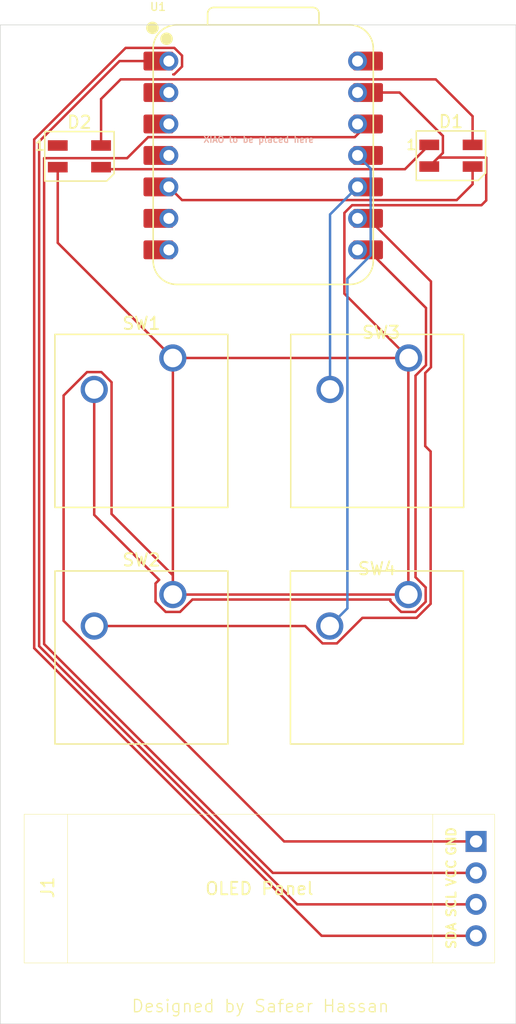
<source format=kicad_pcb>
(kicad_pcb (version 20241229) (generator "pcbnew") (generator_version "9.0")
  (layers (0 "F.Cu" signal) (2 "B.Cu" signal) (13 "F.Paste" user) (15 "B.Paste" user) (5 "F.SilkS" user "F.Silkscreen") (7 "B.SilkS" user "B.Silkscreen") (1 "F.Mask" user) (3 "B.Mask" user) (25 "Edge.Cuts" user))
  (net 0 "")
  (net 1 "Net-(D1-VDD)")
  (net 2 "GND")
  (net 3 "Net-(D1-DOUT)")
  (net 4 "Net-(D1-DIN)")
  (net 6 "Net-(U1-GPIO1{slash}RX)")
  (net 7 "Net-(U1-GPIO2{slash}SCK)")
  (net 8 "Net-(U1-GPIO4{slash}MISO)")
  (net 9 "Net-(U1-GPIO3{slash}MOSI)")
  (net 11 "+5V")
  (net 12 "Net-(J1-VCC)")
  (net 14 "Net-(J1-SDA)")
  (net 16 "Net-(J1-SCL)")
  (footprint "Button_Switch_Keyboard:SW_Cherry_MX_1.00u_PCB" (layer "F.Cu") (at 121.285 90.17)
    (property "Reference" "SW1" (at -2.54 -2.794 0) (layer "F.SilkS"))
    (property "Value" "SW_Push")
    (fp_line (start -9.525 -1.905) (end 4.445 -1.905) (stroke (width 0.12)) (layer "F.SilkS"))
    (fp_line (start -9.525 12.065) (end -9.525 -1.905) (stroke (width 0.12)) (layer "F.SilkS"))
    (fp_line (start 4.445 -1.905) (end 4.445 12.065) (stroke (width 0.12)) (layer "F.SilkS"))
    (fp_line (start 4.445 12.065) (end -9.525 12.065) (stroke (width 0.12)) (layer "F.SilkS"))
    (pad "" np_thru_hole circle (at -7.62 5.08) (size 1.7 1.7) (drill 1.7) (layers "*.Cu" "*.Mask"))
    (pad "" np_thru_hole circle (at -2.54 5.08) (size 4 4) (drill 4) (layers "*.Cu" "*.Mask"))
    (pad "" np_thru_hole circle (at 2.54 5.08) (size 1.7 1.7) (drill 1.7) (layers "*.Cu" "*.Mask"))
    (pad "1" thru_hole circle (at 0 0) (size 2.2 2.2) (drill 1.5) (layers "*.Cu" "*.Mask") (net 2 "GND"))
    (pad "2" thru_hole circle (at -6.35 2.54) (size 2.2 2.2) (drill 1.5) (layers "*.Cu" "*.Mask") (net 6 "Net-(U1-GPIO1{slash}RX)"))
  )
  (footprint "Button_Switch_Keyboard:SW_Cherry_MX_1.00u_PCB" (layer "F.Cu") (at 140.335 90.17)
    (property "Reference" "SW3" (at -2.2225 -2.06375 0) (layer "F.SilkS"))
    (property "Value" "SW_Push")
    (fp_line (start -9.525 -1.905) (end 4.445 -1.905) (stroke (width 0.12)) (layer "F.SilkS"))
    (fp_line (start -9.525 12.065) (end -9.525 -1.905) (stroke (width 0.12)) (layer "F.SilkS"))
    (fp_line (start 4.445 -1.905) (end 4.445 12.065) (stroke (width 0.12)) (layer "F.SilkS"))
    (fp_line (start 4.445 12.065) (end -9.525 12.065) (stroke (width 0.12)) (layer "F.SilkS"))
    (pad "" np_thru_hole circle (at -7.62 5.08) (size 1.7 1.7) (drill 1.7) (layers "*.Cu" "*.Mask"))
    (pad "" np_thru_hole circle (at -2.54 5.08) (size 4 4) (drill 4) (layers "*.Cu" "*.Mask"))
    (pad "" np_thru_hole circle (at 2.54 5.08) (size 1.7 1.7) (drill 1.7) (layers "*.Cu" "*.Mask"))
    (pad "1" thru_hole circle (at 0 0) (size 2.2 2.2) (drill 1.5) (layers "*.Cu" "*.Mask") (net 2 "GND"))
    (pad "2" thru_hole circle (at -6.35 2.54) (size 2.2 2.2) (drill 1.5) (layers "*.Cu" "*.Mask") (net 8 "Net-(U1-GPIO4{slash}MISO)"))
  )
  (footprint "Button_Switch_Keyboard:SW_Cherry_MX_1.00u_PCB" (layer "F.Cu") (at 140.31 109.27)
    (property "Reference" "SW4" (at -2.54 -2.09 0) (layer "F.SilkS"))
    (property "Value" "SW_Push")
    (fp_line (start -9.525 -1.905) (end 4.445 -1.905) (stroke (width 0.12)) (layer "F.SilkS"))
    (fp_line (start -9.525 12.065) (end -9.525 -1.905) (stroke (width 0.12)) (layer "F.SilkS"))
    (fp_line (start 4.445 -1.905) (end 4.445 12.065) (stroke (width 0.12)) (layer "F.SilkS"))
    (fp_line (start 4.445 12.065) (end -9.525 12.065) (stroke (width 0.12)) (layer "F.SilkS"))
    (pad "" np_thru_hole circle (at -7.62 5.08) (size 1.7 1.7) (drill 1.7) (layers "*.Cu" "*.Mask"))
    (pad "" np_thru_hole circle (at -2.54 5.08) (size 4 4) (drill 4) (layers "*.Cu" "*.Mask"))
    (pad "" np_thru_hole circle (at 2.54 5.08) (size 1.7 1.7) (drill 1.7) (layers "*.Cu" "*.Mask"))
    (pad "1" thru_hole circle (at 0 0) (size 2.2 2.2) (drill 1.5) (layers "*.Cu" "*.Mask") (net 2 "GND"))
    (pad "2" thru_hole circle (at -6.35 2.54) (size 2.2 2.2) (drill 1.5) (layers "*.Cu" "*.Mask") (net 9 "Net-(U1-GPIO3{slash}MOSI)"))
  )
  (footprint "KiCad-SSD1306-0.91-OLED-4pin-128x32.pretty-master:SSD1306-0.91-OLED-4pin-128x32" (layer "F.Cu") (at 109.28 127.01)
    (property "Reference" "J1" (at 1.9 5.91 90) (layer "F.SilkS"))
    (property "Value" "0.91\" OLED Display")
    (fp_line (start 0 0) (end 0 12) (stroke (width 0.04)) (layer "F.SilkS"))
    (fp_line (start 0 12) (end 38 12) (stroke (width 0.04)) (layer "F.SilkS"))
    (fp_line (start 3.5 0) (end 3.5 12) (stroke (width 0.04)) (layer "F.SilkS"))
    (fp_line (start 33 0) (end 33 12) (stroke (width 0.04)) (layer "F.SilkS"))
    (fp_line (start 38 0) (end 0 0) (stroke (width 0.04)) (layer "F.SilkS"))
    (fp_line (start 38 12) (end 38 0) (stroke (width 0.04)) (layer "F.SilkS"))
    (fp_text user "SDA" (at 34.5 9.81 270) (layer "F.SilkS") (effects (font (size 0.75 0.75))))
    (fp_text user "GND" (at 34.5 2.19 270) (layer "F.SilkS") (effects (font (size 0.75 0.75))))
    (fp_text user "VCC" (at 34.5 4.73 270) (layer "F.SilkS") (effects (font (size 0.75 0.75))))
    (fp_text user "SCL" (at 34.5 7.27 270) (layer "F.SilkS") (effects (font (size 0.75 0.75))))
    (fp_text user "OLED Panel" (at 19 6 0) (layer "F.SilkS"))
    (pad "1" thru_hole rect (at 36.5 2.19) (size 1.7 1.7) (drill 1) (layers "*.Cu" "*.Mask") (net 2 "GND"))
    (pad "2" thru_hole oval (at 36.5 4.73) (size 1.7 1.7) (drill 1) (layers "*.Cu" "*.Mask") (net 12 "Net-(J1-VCC)"))
    (pad "3" thru_hole oval (at 36.5 7.27) (size 1.7 1.7) (drill 1) (layers "*.Cu" "*.Mask") (net 16 "Net-(J1-SCL)"))
    (pad "4" thru_hole oval (at 36.5 9.81) (size 1.7 1.7) (drill 1) (layers "*.Cu" "*.Mask") (net 14 "Net-(J1-SDA)"))
  )
  (footprint "Button_Switch_Keyboard:SW_Cherry_MX_1.00u_PCB" (layer "F.Cu") (at 121.29 109.27)
    (property "Reference" "SW2" (at -2.54 -2.794 0) (layer "F.SilkS"))
    (property "Value" "SW_Push")
    (fp_line (start -9.525 -1.905) (end 4.445 -1.905) (stroke (width 0.12)) (layer "F.SilkS"))
    (fp_line (start -9.525 12.065) (end -9.525 -1.905) (stroke (width 0.12)) (layer "F.SilkS"))
    (fp_line (start 4.445 -1.905) (end 4.445 12.065) (stroke (width 0.12)) (layer "F.SilkS"))
    (fp_line (start 4.445 12.065) (end -9.525 12.065) (stroke (width 0.12)) (layer "F.SilkS"))
    (pad "" np_thru_hole circle (at -7.62 5.08) (size 1.7 1.7) (drill 1.7) (layers "*.Cu" "*.Mask"))
    (pad "" np_thru_hole circle (at -2.54 5.08) (size 4 4) (drill 4) (layers "*.Cu" "*.Mask"))
    (pad "" np_thru_hole circle (at 2.54 5.08) (size 1.7 1.7) (drill 1.7) (layers "*.Cu" "*.Mask"))
    (pad "1" thru_hole circle (at 0 0) (size 2.2 2.2) (drill 1.5) (layers "*.Cu" "*.Mask") (net 2 "GND"))
    (pad "2" thru_hole circle (at -6.35 2.54) (size 2.2 2.2) (drill 1.5) (layers "*.Cu" "*.Mask") (net 7 "Net-(U1-GPIO2{slash}SCK)"))
  )
  (footprint "LED_SMD:LED_SK6812MINI_PLCC4_3.5x3.5mm_P1.75mm" (layer "F.Cu") (at 113.74 73.89)
    (property "Reference" "D2" (at 0 -2.75 0) (layer "F.SilkS"))
    (property "Value" "SK6812MINI")
    (fp_line (start -2.8 -2) (end -2.8 2) (stroke (width 0.12)) (layer "F.SilkS"))
    (fp_line (start -2.8 -2) (end 2.8 -2) (stroke (width 0.12)) (layer "F.SilkS"))
    (fp_line (start -2.8 2) (end 2.2 2) (stroke (width 0.12)) (layer "F.SilkS"))
    (fp_line (start 2.8 1.4) (end 2.2 2) (stroke (width 0.12)) (layer "F.SilkS"))
    (fp_line (start 2.8 1.4) (end 2.8 -2) (stroke (width 0.12)) (layer "F.SilkS"))
    (fp_text user "1" (at -3.2 -0.875 0) (layer "F.SilkS") (effects (font (size 0.8 0.8))))
    (pad "1" smd rect (at -1.75 -0.875) (size 1.6 0.85) (layers "F.Cu" "F.Mask" "F.Paste"))
    (pad "2" smd rect (at -1.75 0.875) (size 1.6 0.85) (layers "F.Cu" "F.Mask" "F.Paste") (net 2 "GND"))
    (pad "3" smd rect (at 1.75 0.875) (size 1.6 0.85) (layers "F.Cu" "F.Mask" "F.Paste") (net 3 "Net-(D1-DOUT)"))
    (pad "4" smd rect (at 1.75 -0.875) (size 1.6 0.85) (layers "F.Cu" "F.Mask" "F.Paste") (net 1 "Net-(D1-VDD)"))
  )
  (footprint "LED_SMD:LED_SK6812MINI_PLCC4_3.5x3.5mm_P1.75mm" (layer "F.Cu") (at 143.75 73.84)
    (property "Reference" "D1" (at 0 -2.75 0) (layer "F.SilkS"))
    (property "Value" "SK6812MINI")
    (fp_line (start -2.8 -2) (end -2.8 2) (stroke (width 0.12)) (layer "F.SilkS"))
    (fp_line (start -2.8 -2) (end 2.8 -2) (stroke (width 0.12)) (layer "F.SilkS"))
    (fp_line (start -2.8 2) (end 2.2 2) (stroke (width 0.12)) (layer "F.SilkS"))
    (fp_line (start 2.8 1.4) (end 2.2 2) (stroke (width 0.12)) (layer "F.SilkS"))
    (fp_line (start 2.8 1.4) (end 2.8 -2) (stroke (width 0.12)) (layer "F.SilkS"))
    (fp_text user "1" (at -3.2 -0.875 0) (layer "F.SilkS") (effects (font (size 0.8 0.8))))
    (pad "1" smd rect (at -1.75 -0.875) (size 1.6 0.85) (layers "F.Cu" "F.Mask" "F.Paste") (net 3 "Net-(D1-DOUT)"))
    (pad "2" smd rect (at -1.75 0.875) (size 1.6 0.85) (layers "F.Cu" "F.Mask" "F.Paste") (net 2 "GND"))
    (pad "3" smd rect (at 1.75 0.875) (size 1.6 0.85) (layers "F.Cu" "F.Mask" "F.Paste") (net 4 "Net-(D1-DIN)"))
    (pad "4" smd rect (at 1.75 -0.875) (size 1.6 0.85) (layers "F.Cu" "F.Mask" "F.Paste") (net 1 "Net-(D1-VDD)"))
  )
  (footprint "Seeed Studio XIAO Series Library:XIAO-RP2040-DIP" (layer "F.Cu") (at 128.5875 73.81875)
    (property "Reference" "U1" (at -8.5 -12 0) (layer "F.SilkS") (effects (font (size 0.635 0.635) (thickness 0.1016))))
    (property "Value" "XIAO-RP2040-DIP")
    (fp_line (start -8.89 8.509) (end -8.89 -8.636) (stroke (width 0.127)) (layer "F.SilkS"))
    (fp_line (start -6.985 10.414) (end 6.985 10.414) (stroke (width 0.127)) (layer "F.SilkS"))
    (fp_line (start -4.495 -10.541) (end -4.491272 -11.451272) (stroke (width 0.127)) (layer "F.SilkS"))
    (fp_line (start -3.991272 -11.951) (end 4.004 -11.951) (stroke (width 0.127)) (layer "F.SilkS"))
    (fp_line (start 4.504 -11.451) (end 4.504 -10.541) (stroke (width 0.127)) (layer "F.SilkS"))
    (fp_line (start 6.985 -10.541) (end -6.985 -10.541) (stroke (width 0.1)) (layer "F.SilkS"))
    (fp_line (start 6.985 -10.541) (end -6.985 -10.541) (stroke (width 0.127)) (layer "F.SilkS"))
    (fp_line (start 8.89 8.509) (end 8.89 -8.636) (stroke (width 0.127)) (layer "F.SilkS"))
    (fp_arc (start -8.89 -8.636) (mid -8.332038 -9.983038) (end -6.985 -10.541) (stroke (width 0.127)) (layer "F.SilkS"))
    (fp_arc (start -6.985 10.414) (mid -8.332038 9.856038) (end -8.89 8.509) (stroke (width 0.127)) (layer "F.SilkS"))
    (fp_arc (start -4.491272 -11.451272) (mid -4.344728 -11.80464) (end -3.991272 -11.951) (stroke (width 0.127)) (layer "F.SilkS"))
    (fp_arc (start 4.004 -11.951) (mid 4.357553 -11.804553) (end 4.504 -11.451) (stroke (width 0.127)) (layer "F.SilkS"))
    (fp_arc (start 6.985 -10.541) (mid 8.332038 -9.983038) (end 8.89 -8.636) (stroke (width 0.127)) (layer "F.SilkS"))
    (fp_arc (start 8.89 8.509) (mid 8.332038 9.856038) (end 6.985 10.414) (stroke (width 0.127)) (layer "F.SilkS"))
    (fp_circle (center -8.95 -10.3) (end -8.95 -10.554) (stroke (width 0.5)) (fill yes) (layer "F.SilkS"))
    (fp_circle (center -7.807 -9.42) (end -7.807 -9.674) (stroke (width 0.5)) (fill yes) (layer "F.SilkS"))
    (pad "1" smd roundrect (at -8.455 -7.62 180) (size 2.432 1.524) (layers "F.Cu" "F.Mask") (roundrect_rratio 0.1) (net 16 "Net-(J1-SCL)"))
    (pad "1" thru_hole circle (at -7.62 -7.62 180) (size 1.524 1.524) (drill 0.889) (layers "*.Cu" "*.Mask") (net 16 "Net-(J1-SCL)"))
    (pad "2" smd roundrect (at -8.455 -5.08 180) (size 2.432 1.524) (layers "F.Cu" "F.Mask") (roundrect_rratio 0.1) (net 14 "Net-(J1-SDA)"))
    (pad "2" thru_hole circle (at -7.62 -5.08 180) (size 1.524 1.524) (drill 0.889) (layers "*.Cu" "*.Mask") (net 14 "Net-(J1-SDA)"))
    (pad "3" smd roundrect (at -8.455 -2.54 180) (size 2.432 1.524) (layers "F.Cu" "F.Mask") (roundrect_rratio 0.1))
    (pad "3" thru_hole circle (at -7.62 -2.54 180) (size 1.524 1.524) (drill 0.889) (layers "*.Cu" "*.Mask"))
    (pad "4" smd roundrect (at -8.455 0 180) (size 2.432 1.524) (layers "F.Cu" "F.Mask") (roundrect_rratio 0.1))
    (pad "4" thru_hole circle (at -7.62 0 180) (size 1.524 1.524) (drill 0.889) (layers "*.Cu" "*.Mask"))
    (pad "5" smd roundrect (at -8.455 2.54 180) (size 2.432 1.524) (layers "F.Cu" "F.Mask") (roundrect_rratio 0.1) (net 4 "Net-(D1-DIN)"))
    (pad "5" thru_hole circle (at -7.62 2.54 180) (size 1.524 1.524) (drill 0.889) (layers "*.Cu" "*.Mask") (net 4 "Net-(D1-DIN)"))
    (pad "6" smd roundrect (at -8.455 5.08 180) (size 2.432 1.524) (layers "F.Cu" "F.Mask") (roundrect_rratio 0.1))
    (pad "6" thru_hole circle (at -7.62 5.08 180) (size 1.524 1.524) (drill 0.889) (layers "*.Cu" "*.Mask"))
    (pad "7" smd roundrect (at -8.455 7.62 180) (size 2.432 1.524) (layers "F.Cu" "F.Mask") (roundrect_rratio 0.1))
    (pad "7" thru_hole circle (at -7.62 7.62 180) (size 1.524 1.524) (drill 0.889) (layers "*.Cu" "*.Mask"))
    (pad "8" thru_hole circle (at 7.62 7.62) (size 1.524 1.524) (drill 0.889) (layers "*.Cu" "*.Mask") (net 6 "Net-(U1-GPIO1{slash}RX)"))
    (pad "8" smd roundrect (at 8.455 7.62) (size 2.432 1.524) (layers "F.Cu" "F.Mask") (roundrect_rratio 0.1) (net 6 "Net-(U1-GPIO1{slash}RX)"))
    (pad "9" thru_hole circle (at 7.62 5.08) (size 1.524 1.524) (drill 0.889) (layers "*.Cu" "*.Mask") (net 7 "Net-(U1-GPIO2{slash}SCK)"))
    (pad "9" smd roundrect (at 8.455 5.08) (size 2.432 1.524) (layers "F.Cu" "F.Mask") (roundrect_rratio 0.1) (net 7 "Net-(U1-GPIO2{slash}SCK)"))
    (pad "10" thru_hole circle (at 7.62 2.54) (size 1.524 1.524) (drill 0.889) (layers "*.Cu" "*.Mask") (net 8 "Net-(U1-GPIO4{slash}MISO)"))
    (pad "10" smd roundrect (at 8.455 2.54) (size 2.432 1.524) (layers "F.Cu" "F.Mask") (roundrect_rratio 0.1) (net 8 "Net-(U1-GPIO4{slash}MISO)"))
    (pad "11" thru_hole circle (at 7.62 0) (size 1.524 1.524) (drill 0.889) (layers "*.Cu" "*.Mask") (net 9 "Net-(U1-GPIO3{slash}MOSI)"))
    (pad "11" smd roundrect (at 8.455 0) (size 2.432 1.524) (layers "F.Cu" "F.Mask") (roundrect_rratio 0.1) (net 9 "Net-(U1-GPIO3{slash}MOSI)"))
    (pad "12" thru_hole circle (at 7.62 -2.54) (size 1.524 1.524) (drill 0.889) (layers "*.Cu" "*.Mask") (net 12 "Net-(J1-VCC)"))
    (pad "12" smd roundrect (at 8.455 -2.54) (size 2.432 1.524) (layers "F.Cu" "F.Mask") (roundrect_rratio 0.1) (net 12 "Net-(J1-VCC)"))
    (pad "13" thru_hole circle (at 7.62 -5.08) (size 1.524 1.524) (drill 0.889) (layers "*.Cu" "*.Mask") (net 2 "GND"))
    (pad "13" smd roundrect (at 8.455 -5.08) (size 2.432 1.524) (layers "F.Cu" "F.Mask") (roundrect_rratio 0.1) (net 2 "GND"))
    (pad "14" thru_hole circle (at 7.62 -7.62) (size 1.524 1.524) (drill 0.889) (layers "*.Cu" "*.Mask") (net 11 "+5V"))
    (pad "14" smd roundrect (at 8.455 -7.62) (size 2.432 1.524) (layers "F.Cu" "F.Mask") (roundrect_rratio 0.1) (net 11 "+5V"))
  )
  (gr_rect (start 107.35 63.28) (end 149 143.93) (stroke (width 0.05)) (fill no) (layer "Edge.Cuts"))
  (gr_text "Designed by Safeer Hassan" (at 117.89 143.08 0) (layer "F.SilkS") (effects (font (size 1 1) (thickness 0.1)) (justify left bottom)))
  (gr_text "XIAO to be placed here" (at 123.7 72.83 0) (layer "B.SilkS") (effects (font (size 0.5 0.5) (thickness 0.1)) (justify left bottom)))
  (segment (start 117.07425 67.67575) (end 115.49 69.26) (width 0.2) (layer "F.Cu") (net 1))
  (segment (start 142.52285 67.67575) (end 117.07425 67.67575) (width 0.2) (layer "F.Cu") (net 1))
  (segment (start 145.5 70.6529) (end 142.52285 67.67575) (width 0.2) (layer "F.Cu") (net 1))
  (segment (start 115.49 69.26) (end 115.49 73.015) (width 0.2) (layer "F.Cu") (net 1))
  (segment (start 145.5 72.965) (end 145.5 70.6529) (width 0.2) (layer "F.Cu") (net 1))
  (segment (start 121.29 107.714366) (end 121.29 109.27) (width 0.2) (layer "F.Cu") (net 2))
  (segment (start 114.354686 91.309) (end 115.515314 91.309) (width 0.2) (layer "F.Cu") (net 2))
  (segment (start 143.101 73.614) (end 143.101 72.239) (width 0.2) (layer "F.Cu") (net 2))
  (segment (start 142 74.715) (end 142.726 73.989) (width 0.2) (layer "F.Cu") (net 2))
  (segment (start 121.29 90.175) (end 121.285 90.17) (width 0.2) (layer "F.Cu") (net 2))
  (segment (start 139.60075 68.73875) (end 137.0425 68.73875) (width 0.2) (layer "F.Cu") (net 2))
  (segment (start 116.336 102.760366) (end 121.29 107.714366) (width 0.2) (layer "F.Cu") (net 2))
  (segment (start 142 74.715) (end 143.101 73.614) (width 0.2) (layer "F.Cu") (net 2))
  (segment (start 145.78 129.2) (end 130.275184 129.2) (width 0.2) (layer "F.Cu") (net 2))
  (segment (start 112.464 93.199686) (end 114.354686 91.309) (width 0.2) (layer "F.Cu") (net 2))
  (segment (start 142.726 73.989) (end 146.601 73.989) (width 0.2) (layer "F.Cu") (net 2))
  (segment (start 146.601 77.449) (end 146.21425 77.83575) (width 0.2) (layer "F.Cu") (net 2))
  (segment (start 130.275184 129.2) (end 112.464 111.388816) (width 0.2) (layer "F.Cu") (net 2))
  (segment (start 146.21425 77.83575) (end 135.76719 77.83575) (width 0.2) (layer "F.Cu") (net 2))
  (segment (start 116.336 92.129686) (end 116.336 102.760366) (width 0.2) (layer "F.Cu") (net 2))
  (segment (start 111.99 80.875) (end 121.285 90.17) (width 0.2) (layer "F.Cu") (net 2))
  (segment (start 121.29 109.27) (end 121.29 90.175) (width 0.2) (layer "F.Cu") (net 2))
  (segment (start 143.101 72.239) (end 139.60075 68.73875) (width 0.2) (layer "F.Cu") (net 2))
  (segment (start 140.31 90.195) (end 140.335 90.17) (width 0.2) (layer "F.Cu") (net 2))
  (segment (start 111.99 74.765) (end 111.99 80.875) (width 0.2) (layer "F.Cu") (net 2))
  (segment (start 146.601 73.989) (end 146.601 77.449) (width 0.2) (layer "F.Cu") (net 2))
  (segment (start 135.1445 78.45844) (end 135.1445 84.9795) (width 0.2) (layer "F.Cu") (net 2))
  (segment (start 135.76719 77.83575) (end 135.1445 78.45844) (width 0.2) (layer "F.Cu") (net 2))
  (segment (start 112.464 111.388816) (end 112.464 93.199686) (width 0.2) (layer "F.Cu") (net 2))
  (segment (start 135.1445 84.9795) (end 140.335 90.17) (width 0.2) (layer "F.Cu") (net 2))
  (segment (start 115.515314 91.309) (end 116.336 92.129686) (width 0.2) (layer "F.Cu") (net 2))
  (segment (start 140.31 109.27) (end 140.31 90.195) (width 0.2) (layer "F.Cu") (net 2))
  (segment (start 140.31 109.27) (end 121.29 109.27) (width 0.2) (layer "F.Cu") (net 2))
  (segment (start 140.335 90.17) (end 121.285 90.17) (width 0.2) (layer "F.Cu") (net 2))
  (segment (start 140.035 74.93) (end 115.655 74.93) (width 0.2) (layer "F.Cu") (net 3))
  (segment (start 142 72.965) (end 140.035 74.93) (width 0.2) (layer "F.Cu") (net 3))
  (segment (start 115.655 74.93) (end 115.49 74.765) (width 0.2) (layer "F.Cu") (net 3))
  (segment (start 145.5 76.14) (end 145.5 74.715) (width 0.2) (layer "F.Cu") (net 4))
  (segment (start 122.0305 77.42175) (end 144.21825 77.42175) (width 0.2) (layer "F.Cu") (net 4))
  (segment (start 144.21825 77.42175) (end 145.5 76.14) (width 0.2) (layer "F.Cu") (net 4))
  (segment (start 120.9675 76.35875) (end 122.0305 77.42175) (width 0.2) (layer "F.Cu") (net 4))
  (segment (start 119.889 108.371) (end 120.18 108.08) (width 0.2) (layer "F.Cu") (net 6))
  (segment (start 138.86 109.801314) (end 138.86 109.671) (width 0.2) (layer "F.Cu") (net 6))
  (segment (start 138.86 109.671) (end 122.870314 109.671) (width 0.2) (layer "F.Cu") (net 6))
  (segment (start 121.870314 110.671) (end 120.709686 110.671) (width 0.2) (layer "F.Cu") (net 6))
  (segment (start 141.711 108.689686) (end 141.711 109.850314) (width 0.2) (layer "F.Cu") (net 6))
  (segment (start 114.935 102.835) (end 114.935 92.71) (width 0.2) (layer "F.Cu") (net 6))
  (segment (start 120.709686 110.671) (end 119.889 109.850314) (width 0.2) (layer "F.Cu") (net 6))
  (segment (start 141.736 90.750314) (end 140.890314 91.596) (width 0.2) (layer "F.Cu") (net 6))
  (segment (start 141.736 86.13225) (end 141.736 90.750314) (width 0.2) (layer "F.Cu") (net 6))
  (segment (start 140.890314 107.869) (end 141.711 108.689686) (width 0.2) (layer "F.Cu") (net 6))
  (segment (start 140.890314 110.671) (end 139.729686 110.671) (width 0.2) (layer "F.Cu") (net 6))
  (segment (start 119.889 109.850314) (end 119.889 108.371) (width 0.2) (layer "F.Cu") (net 6))
  (segment (start 120.18 108.08) (end 114.935 102.835) (width 0.2) (layer "F.Cu") (net 6))
  (segment (start 122.870314 109.671) (end 121.870314 110.671) (width 0.2) (layer "F.Cu") (net 6))
  (segment (start 140.890314 91.596) (end 140.890314 107.869) (width 0.2) (layer "F.Cu") (net 6))
  (segment (start 139.729686 110.671) (end 138.86 109.801314) (width 0.2) (layer "F.Cu") (net 6))
  (segment (start 137.0425 81.43875) (end 141.736 86.13225) (width 0.2) (layer "F.Cu") (net 6))
  (segment (start 141.711 109.850314) (end 140.890314 110.671) (width 0.2) (layer "F.Cu") (net 6))
  (segment (start 142.112 97.720686) (end 141.674 97.282686) (width 0.2) (layer "F.Cu") (net 7))
  (segment (start 141.674 97.282686) (end 141.674 91.379414) (width 0.2) (layer "F.Cu") (net 7))
  (segment (start 142.137 83.99325) (end 137.0425 78.89875) (width 0.2) (layer "F.Cu") (net 7))
  (segment (start 142.112 110.016414) (end 142.112 97.720686) (width 0.2) (layer "F.Cu") (net 7))
  (segment (start 142.137 90.916414) (end 142.137 83.99325) (width 0.2) (layer "F.Cu") (net 7))
  (segment (start 141.674 91.379414) (end 142.137 90.916414) (width 0.2) (layer "F.Cu") (net 7))
  (segment (start 134.540314 113.211) (end 136.601314 111.15) (width 0.2) (layer "F.Cu") (net 7))
  (segment (start 131.978686 111.81) (end 133.379686 113.211) (width 0.2) (layer "F.Cu") (net 7))
  (segment (start 136.601314 111.15) (end 140.978414 111.15) (width 0.2) (layer "F.Cu") (net 7))
  (segment (start 140.978414 111.15) (end 142.112 110.016414) (width 0.2) (layer "F.Cu") (net 7))
  (segment (start 133.379686 113.211) (end 134.540314 113.211) (width 0.2) (layer "F.Cu") (net 7))
  (segment (start 114.94 111.81) (end 131.978686 111.81) (width 0.2) (layer "F.Cu") (net 7))
  (segment (start 133.985 78.58125) (end 133.985 92.71) (width 0.2) (layer "B.Cu") (net 8))
  (segment (start 136.2075 76.35875) (end 133.985 78.58125) (width 0.2) (layer "B.Cu") (net 8))
  (segment (start 135.386 110.384) (end 135.386 83.76356) (width 0.2) (layer "B.Cu") (net 9))
  (segment (start 137.2705 74.88175) (end 136.2075 73.81875) (width 0.2) (layer "B.Cu") (net 9))
  (segment (start 135.386 83.76356) (end 137.2705 81.87906) (width 0.2) (layer "B.Cu") (net 9))
  (segment (start 133.96 111.81) (end 135.386 110.384) (width 0.2) (layer "B.Cu") (net 9))
  (segment (start 137.2705 81.87906) (end 137.2705 74.88175) (width 0.2) (layer "B.Cu") (net 9))
  (segment (start 145.78 131.74) (end 129.36153 131.74) (width 0.2) (layer "F.Cu") (net 12))
  (segment (start 110.889 74.039) (end 117.593624 74.039) (width 0.2) (layer "F.Cu") (net 12))
  (segment (start 110.889 113.26747) (end 110.889 74.039) (width 0.2) (layer "F.Cu") (net 12))
  (segment (start 119.290874 72.34175) (end 135.9795 72.34175) (width 0.2) (layer "F.Cu") (net 12))
  (segment (start 117.593624 74.039) (end 119.290874 72.34175) (width 0.2) (layer "F.Cu") (net 12))
  (segment (start 129.36153 131.74) (end 110.889 113.26747) (width 0.2) (layer "F.Cu") (net 12))
  (segment (start 135.9795 72.34175) (end 137.0425 71.27875) (width 0.2) (layer "F.Cu") (net 12))
  (segment (start 121.39481 67.27475) (end 121.32 67.27475) (width 0.2) (layer "F.Cu") (net 14))
  (segment (start 121.40781 65.13575) (end 122.0305 65.75844) (width 0.2) (layer "F.Cu") (net 14))
  (segment (start 110.087 113.59967) (end 110.087 72.5239) (width 0.2) (layer "F.Cu") (net 14))
  (segment (start 117.47515 65.13575) (end 121.40781 65.13575) (width 0.2) (layer "F.Cu") (net 14))
  (segment (start 122.0305 66.63906) (end 121.39481 67.27475) (width 0.2) (layer "F.Cu") (net 14))
  (segment (start 110.087 72.5239) (end 117.47515 65.13575) (width 0.2) (layer "F.Cu") (net 14))
  (segment (start 133.30733 136.82) (end 110.087 113.59967) (width 0.2) (layer "F.Cu") (net 14))
  (segment (start 122.0305 65.75844) (end 122.0305 66.63906) (width 0.2) (layer "F.Cu") (net 14))
  (segment (start 145.78 136.82) (end 133.30733 136.82) (width 0.2) (layer "F.Cu") (net 14))
  (segment (start 110.488 113.43357) (end 131.33443 134.28) (width 0.2) (layer "F.Cu") (net 16))
  (segment (start 110.488 72.69) (end 110.488 113.43357) (width 0.2) (layer "F.Cu") (net 16))
  (segment (start 120.9675 66.19875) (end 116.97925 66.19875) (width 0.2) (layer "F.Cu") (net 16))
  (segment (start 131.33443 134.28) (end 145.78 134.28) (width 0.2) (layer "F.Cu") (net 16))
  (segment (start 116.97925 66.19875) (end 110.488 72.69) (width 0.2) (layer "F.Cu") (net 16))
)
</source>
